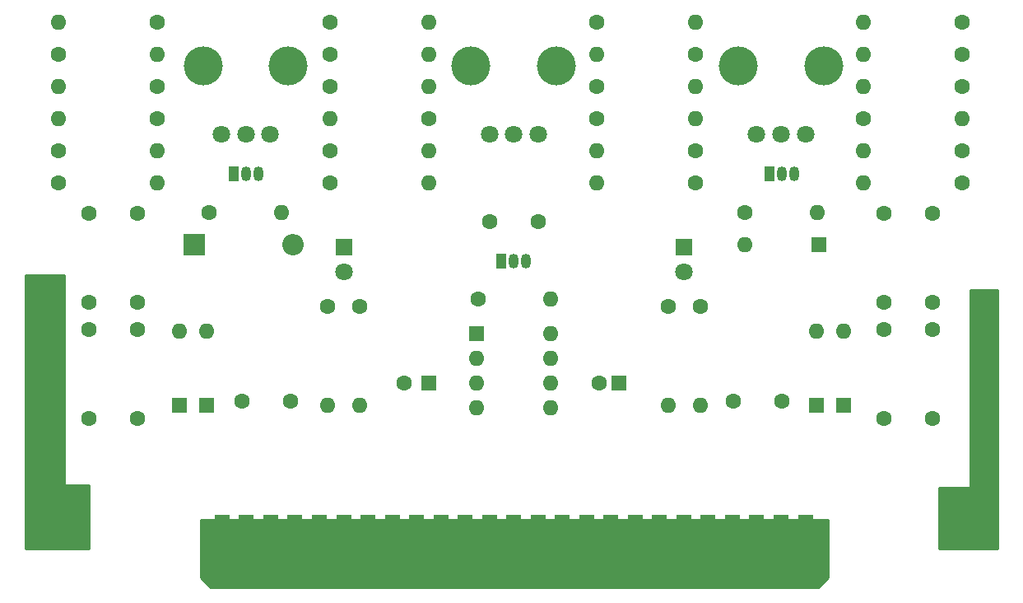
<source format=gbr>
G04 #@! TF.GenerationSoftware,KiCad,Pcbnew,(5.1.7)-1*
G04 #@! TF.CreationDate,2021-05-30T14:59:09-05:00*
G04 #@! TF.ProjectId,ConsolePedalDS1,436f6e73-6f6c-4655-9065-64616c445331,rev?*
G04 #@! TF.SameCoordinates,Original*
G04 #@! TF.FileFunction,Soldermask,Top*
G04 #@! TF.FilePolarity,Negative*
%FSLAX46Y46*%
G04 Gerber Fmt 4.6, Leading zero omitted, Abs format (unit mm)*
G04 Created by KiCad (PCBNEW (5.1.7)-1) date 2021-05-30 14:59:09*
%MOMM*%
%LPD*%
G01*
G04 APERTURE LIST*
%ADD10R,1.800000X1.800000*%
%ADD11C,1.800000*%
%ADD12R,1.500000X7.000000*%
%ADD13C,5.000000*%
%ADD14C,1.600000*%
%ADD15O,1.600000X1.600000*%
%ADD16R,1.600000X1.600000*%
%ADD17R,2.200000X2.200000*%
%ADD18O,2.200000X2.200000*%
%ADD19O,1.050000X1.500000*%
%ADD20R,1.050000X1.500000*%
%ADD21C,4.000000*%
%ADD22C,0.254000*%
%ADD23C,0.100000*%
G04 APERTURE END LIST*
D10*
G04 #@! TO.C,D7*
X115250000Y-95000000D03*
D11*
X115250000Y-97540000D03*
G04 #@! TD*
G04 #@! TO.C,D8*
X150250000Y-97540000D03*
D10*
X150250000Y-95000000D03*
G04 #@! TD*
D12*
G04 #@! TO.C,J1*
X102715000Y-126000000D03*
X105215000Y-126000000D03*
X107715000Y-126000000D03*
X110215000Y-126000000D03*
X112715000Y-126000000D03*
X115215000Y-126000000D03*
X117715000Y-126000000D03*
X120215000Y-126000000D03*
X122715000Y-126000000D03*
X125215000Y-126000000D03*
X127715000Y-126000000D03*
X130215000Y-126000000D03*
X132715000Y-126000000D03*
X135215000Y-126000000D03*
X137715000Y-126000000D03*
X140215000Y-126000000D03*
X142715000Y-126000000D03*
X145215000Y-126000000D03*
X147715000Y-126000000D03*
X150215000Y-126000000D03*
X152715000Y-126000000D03*
X155215000Y-126000000D03*
X157715000Y-126000000D03*
X160215000Y-126000000D03*
X162715000Y-126000000D03*
G04 #@! TD*
D13*
G04 #@! TO.C,H1*
X85350000Y-122600000D03*
G04 #@! TD*
G04 #@! TO.C,H2*
X180150000Y-122600000D03*
G04 #@! TD*
D14*
G04 #@! TO.C,R28*
X178816000Y-78486000D03*
D15*
X168656000Y-78486000D03*
G04 #@! TD*
D14*
G04 #@! TO.C,C1*
X88980000Y-103486000D03*
X93980000Y-103486000D03*
G04 #@! TD*
G04 #@! TO.C,C2*
X88980000Y-112668000D03*
X93980000Y-112668000D03*
G04 #@! TD*
G04 #@! TO.C,C3*
X175768000Y-112668000D03*
X170768000Y-112668000D03*
G04 #@! TD*
G04 #@! TO.C,C4*
X156464000Y-91440000D03*
D15*
X163964000Y-91440000D03*
G04 #@! TD*
D14*
G04 #@! TO.C,C5*
X135215000Y-92400000D03*
X130215000Y-92400000D03*
G04 #@! TD*
D15*
G04 #@! TO.C,C6*
X136532000Y-100330000D03*
D14*
X129032000Y-100330000D03*
G04 #@! TD*
G04 #@! TO.C,C7*
X104728000Y-110890000D03*
X109728000Y-110890000D03*
G04 #@! TD*
G04 #@! TO.C,C8*
X175768000Y-103486000D03*
X170768000Y-103486000D03*
G04 #@! TD*
G04 #@! TO.C,C9*
X88980000Y-100730000D03*
X93980000Y-100730000D03*
G04 #@! TD*
G04 #@! TO.C,C10*
X175768000Y-100730000D03*
X170768000Y-100730000D03*
G04 #@! TD*
G04 #@! TO.C,C11*
X88980000Y-91548000D03*
X93980000Y-91548000D03*
G04 #@! TD*
G04 #@! TO.C,C12*
X175768000Y-91548000D03*
X170768000Y-91548000D03*
G04 #@! TD*
G04 #@! TO.C,C13*
X160274000Y-110890000D03*
X155274000Y-110890000D03*
G04 #@! TD*
D16*
G04 #@! TO.C,C14*
X123952000Y-108966000D03*
D14*
X121452000Y-108966000D03*
G04 #@! TD*
D16*
G04 #@! TO.C,C15*
X143510000Y-108966000D03*
D14*
X141510000Y-108966000D03*
G04 #@! TD*
G04 #@! TO.C,C16*
X101346000Y-91440000D03*
D15*
X108846000Y-91440000D03*
G04 #@! TD*
D16*
G04 #@! TO.C,D1*
X163830000Y-111252000D03*
D15*
X163830000Y-103632000D03*
G04 #@! TD*
D16*
G04 #@! TO.C,D2*
X98298000Y-111252000D03*
D15*
X98298000Y-103632000D03*
G04 #@! TD*
G04 #@! TO.C,D3*
X101092000Y-103632000D03*
D16*
X101092000Y-111252000D03*
G04 #@! TD*
D17*
G04 #@! TO.C,D4*
X99822000Y-94742000D03*
D18*
X109982000Y-94742000D03*
G04 #@! TD*
D15*
G04 #@! TO.C,D5*
X156464000Y-94742000D03*
D16*
X164084000Y-94742000D03*
G04 #@! TD*
G04 #@! TO.C,D6*
X166624000Y-111252000D03*
D15*
X166624000Y-103632000D03*
G04 #@! TD*
D19*
G04 #@! TO.C,Q1*
X105156000Y-87500000D03*
X106426000Y-87500000D03*
D20*
X103886000Y-87500000D03*
G04 #@! TD*
D19*
G04 #@! TO.C,Q2*
X132715000Y-96500000D03*
X133985000Y-96500000D03*
D20*
X131445000Y-96500000D03*
G04 #@! TD*
G04 #@! TO.C,Q3*
X159004000Y-87500000D03*
D19*
X161544000Y-87500000D03*
X160274000Y-87500000D03*
G04 #@! TD*
D14*
G04 #@! TO.C,R1*
X85852000Y-88392000D03*
D15*
X96012000Y-88392000D03*
G04 #@! TD*
G04 #@! TO.C,R2*
X96012000Y-85090000D03*
D14*
X85852000Y-85090000D03*
G04 #@! TD*
D15*
G04 #@! TO.C,R3*
X113538000Y-111252000D03*
D14*
X113538000Y-101092000D03*
G04 #@! TD*
D15*
G04 #@! TO.C,R4*
X96012000Y-75184000D03*
D14*
X85852000Y-75184000D03*
G04 #@! TD*
G04 #@! TO.C,R5*
X96012000Y-78486000D03*
D15*
X85852000Y-78486000D03*
G04 #@! TD*
D14*
G04 #@! TO.C,R6*
X113792000Y-71882000D03*
D15*
X123952000Y-71882000D03*
G04 #@! TD*
G04 #@! TO.C,R7*
X141224000Y-75184000D03*
D14*
X151384000Y-75184000D03*
G04 #@! TD*
G04 #@! TO.C,R8*
X113792000Y-88392000D03*
D15*
X123952000Y-88392000D03*
G04 #@! TD*
G04 #@! TO.C,R9*
X123952000Y-75184000D03*
D14*
X113792000Y-75184000D03*
G04 #@! TD*
G04 #@! TO.C,R10*
X96012000Y-81788000D03*
D15*
X85852000Y-81788000D03*
G04 #@! TD*
G04 #@! TO.C,R11*
X141224000Y-88392000D03*
D14*
X151384000Y-88392000D03*
G04 #@! TD*
D15*
G04 #@! TO.C,R12*
X113792000Y-81788000D03*
D14*
X123952000Y-81788000D03*
G04 #@! TD*
D15*
G04 #@! TO.C,R13*
X116840000Y-111252000D03*
D14*
X116840000Y-101092000D03*
G04 #@! TD*
G04 #@! TO.C,R14*
X113792000Y-78486000D03*
D15*
X123952000Y-78486000D03*
G04 #@! TD*
G04 #@! TO.C,R15*
X151384000Y-71882000D03*
D14*
X141224000Y-71882000D03*
G04 #@! TD*
G04 #@! TO.C,R16*
X178816000Y-71882000D03*
D15*
X168656000Y-71882000D03*
G04 #@! TD*
G04 #@! TO.C,R17*
X151384000Y-81788000D03*
D14*
X141224000Y-81788000D03*
G04 #@! TD*
G04 #@! TO.C,R18*
X151384000Y-85090000D03*
D15*
X141224000Y-85090000D03*
G04 #@! TD*
G04 #@! TO.C,R19*
X168656000Y-88392000D03*
D14*
X178816000Y-88392000D03*
G04 #@! TD*
G04 #@! TO.C,R20*
X178816000Y-85090000D03*
D15*
X168656000Y-85090000D03*
G04 #@! TD*
G04 #@! TO.C,R21*
X151384000Y-78486000D03*
D14*
X141224000Y-78486000D03*
G04 #@! TD*
G04 #@! TO.C,R22*
X168656000Y-81788000D03*
D15*
X178816000Y-81788000D03*
G04 #@! TD*
G04 #@! TO.C,R23*
X168656000Y-75184000D03*
D14*
X178816000Y-75184000D03*
G04 #@! TD*
G04 #@! TO.C,R24*
X113792000Y-85090000D03*
D15*
X123952000Y-85090000D03*
G04 #@! TD*
D14*
G04 #@! TO.C,R25*
X96012000Y-71882000D03*
D15*
X85852000Y-71882000D03*
G04 #@! TD*
D14*
G04 #@! TO.C,R26*
X148590000Y-101092000D03*
D15*
X148590000Y-111252000D03*
G04 #@! TD*
D14*
G04 #@! TO.C,R27*
X151892000Y-101092000D03*
D15*
X151892000Y-111252000D03*
G04 #@! TD*
D11*
G04 #@! TO.C,RV1*
X102639000Y-83439000D03*
X105139000Y-83439000D03*
X107639000Y-83439000D03*
D21*
X100739000Y-76439000D03*
X109539000Y-76439000D03*
G04 #@! TD*
D11*
G04 #@! TO.C,RV2*
X130215000Y-83439000D03*
X132715000Y-83439000D03*
X135215000Y-83439000D03*
D21*
X128315000Y-76439000D03*
X137115000Y-76439000D03*
G04 #@! TD*
G04 #@! TO.C,RV3*
X164615000Y-76439000D03*
X155815000Y-76439000D03*
D11*
X162715000Y-83439000D03*
X160215000Y-83439000D03*
X157715000Y-83439000D03*
G04 #@! TD*
D16*
G04 #@! TO.C,U1*
X128905000Y-103886000D03*
D15*
X136525000Y-111506000D03*
X128905000Y-106426000D03*
X136525000Y-108966000D03*
X128905000Y-108966000D03*
X136525000Y-106426000D03*
X128905000Y-111506000D03*
X136525000Y-103886000D03*
G04 #@! TD*
D22*
X165000000Y-129000000D02*
X164000000Y-130000000D01*
X101500000Y-130000000D01*
X100500000Y-129000000D01*
X100500000Y-123063000D01*
X165000000Y-123063000D01*
X165000000Y-129000000D01*
D23*
G36*
X165000000Y-129000000D02*
G01*
X164000000Y-130000000D01*
X101500000Y-130000000D01*
X100500000Y-129000000D01*
X100500000Y-123063000D01*
X165000000Y-123063000D01*
X165000000Y-129000000D01*
G37*
D22*
X86487000Y-119380000D02*
X86489440Y-119404776D01*
X86496667Y-119428601D01*
X86508403Y-119450557D01*
X86524197Y-119469803D01*
X86543443Y-119485597D01*
X86565399Y-119497333D01*
X86589224Y-119504560D01*
X86614000Y-119507000D01*
X89000000Y-119507000D01*
X89000000Y-126000000D01*
X82500000Y-126000000D01*
X82500000Y-97917000D01*
X86487000Y-97917000D01*
X86487000Y-119380000D01*
D23*
G36*
X86487000Y-119380000D02*
G01*
X86489440Y-119404776D01*
X86496667Y-119428601D01*
X86508403Y-119450557D01*
X86524197Y-119469803D01*
X86543443Y-119485597D01*
X86565399Y-119497333D01*
X86589224Y-119504560D01*
X86614000Y-119507000D01*
X89000000Y-119507000D01*
X89000000Y-126000000D01*
X82500000Y-126000000D01*
X82500000Y-97917000D01*
X86487000Y-97917000D01*
X86487000Y-119380000D01*
G37*
D22*
X182499000Y-126000000D02*
X176500000Y-126000000D01*
X176500000Y-119761000D01*
X179578000Y-119761000D01*
X179602776Y-119758560D01*
X179626601Y-119751333D01*
X179648557Y-119739597D01*
X179667803Y-119723803D01*
X179683597Y-119704557D01*
X179695333Y-119682601D01*
X179702560Y-119658776D01*
X179705000Y-119634000D01*
X179705000Y-99441000D01*
X182499000Y-99441000D01*
X182499000Y-126000000D01*
D23*
G36*
X182499000Y-126000000D02*
G01*
X176500000Y-126000000D01*
X176500000Y-119761000D01*
X179578000Y-119761000D01*
X179602776Y-119758560D01*
X179626601Y-119751333D01*
X179648557Y-119739597D01*
X179667803Y-119723803D01*
X179683597Y-119704557D01*
X179695333Y-119682601D01*
X179702560Y-119658776D01*
X179705000Y-119634000D01*
X179705000Y-99441000D01*
X182499000Y-99441000D01*
X182499000Y-126000000D01*
G37*
M02*

</source>
